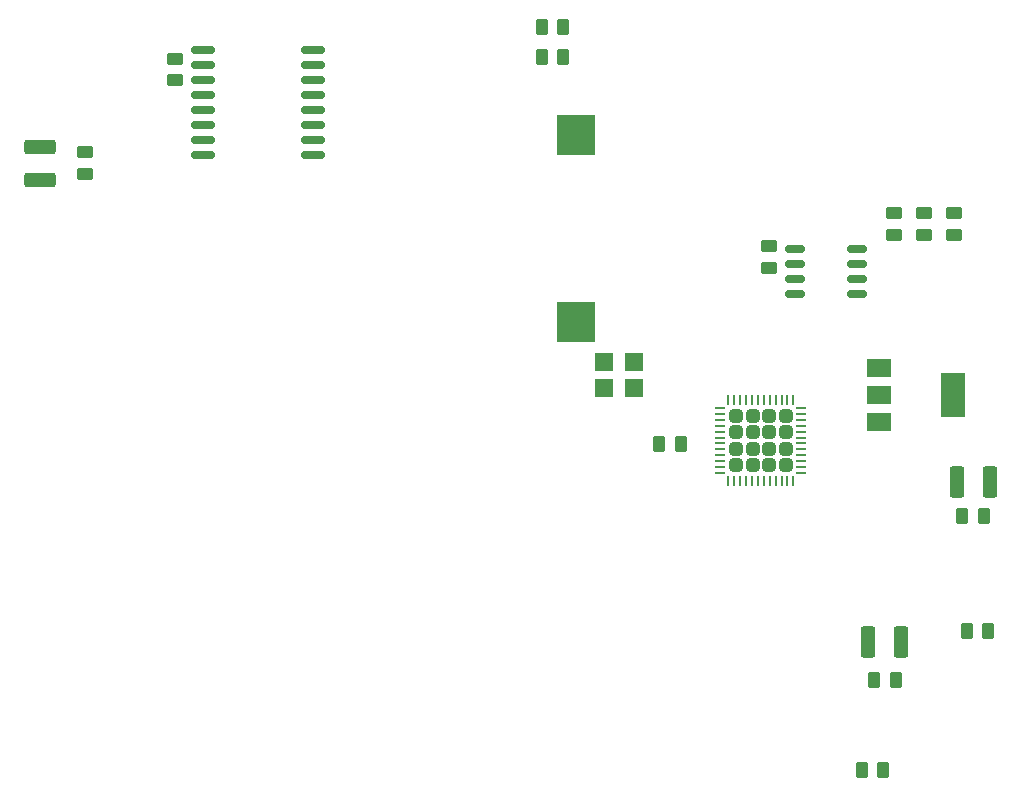
<source format=gbr>
%TF.GenerationSoftware,KiCad,Pcbnew,7.0.11-7.0.11~ubuntu20.04.1*%
%TF.CreationDate,2024-03-20T21:38:14+00:00*%
%TF.ProjectId,MDFPGA,4d444650-4741-42e6-9b69-6361645f7063,rev?*%
%TF.SameCoordinates,Original*%
%TF.FileFunction,Paste,Top*%
%TF.FilePolarity,Positive*%
%FSLAX46Y46*%
G04 Gerber Fmt 4.6, Leading zero omitted, Abs format (unit mm)*
G04 Created by KiCad (PCBNEW 7.0.11-7.0.11~ubuntu20.04.1) date 2024-03-20 21:38:14*
%MOMM*%
%LPD*%
G01*
G04 APERTURE LIST*
G04 Aperture macros list*
%AMRoundRect*
0 Rectangle with rounded corners*
0 $1 Rounding radius*
0 $2 $3 $4 $5 $6 $7 $8 $9 X,Y pos of 4 corners*
0 Add a 4 corners polygon primitive as box body*
4,1,4,$2,$3,$4,$5,$6,$7,$8,$9,$2,$3,0*
0 Add four circle primitives for the rounded corners*
1,1,$1+$1,$2,$3*
1,1,$1+$1,$4,$5*
1,1,$1+$1,$6,$7*
1,1,$1+$1,$8,$9*
0 Add four rect primitives between the rounded corners*
20,1,$1+$1,$2,$3,$4,$5,0*
20,1,$1+$1,$4,$5,$6,$7,0*
20,1,$1+$1,$6,$7,$8,$9,0*
20,1,$1+$1,$8,$9,$2,$3,0*%
G04 Aperture macros list end*
%ADD10RoundRect,0.250000X0.315000X0.315000X-0.315000X0.315000X-0.315000X-0.315000X0.315000X-0.315000X0*%
%ADD11RoundRect,0.062500X0.375000X0.062500X-0.375000X0.062500X-0.375000X-0.062500X0.375000X-0.062500X0*%
%ADD12RoundRect,0.062500X0.062500X0.375000X-0.062500X0.375000X-0.062500X-0.375000X0.062500X-0.375000X0*%
%ADD13RoundRect,0.250000X0.262500X0.450000X-0.262500X0.450000X-0.262500X-0.450000X0.262500X-0.450000X0*%
%ADD14R,2.000000X1.500000*%
%ADD15R,2.000000X3.800000*%
%ADD16RoundRect,0.250000X-0.450000X0.262500X-0.450000X-0.262500X0.450000X-0.262500X0.450000X0.262500X0*%
%ADD17RoundRect,0.250000X-1.075000X0.375000X-1.075000X-0.375000X1.075000X-0.375000X1.075000X0.375000X0*%
%ADD18RoundRect,0.250000X0.375000X1.075000X-0.375000X1.075000X-0.375000X-1.075000X0.375000X-1.075000X0*%
%ADD19RoundRect,0.150000X-0.875000X-0.150000X0.875000X-0.150000X0.875000X0.150000X-0.875000X0.150000X0*%
%ADD20R,1.600000X1.500000*%
%ADD21R,3.300000X3.500000*%
%ADD22RoundRect,0.150000X-0.675000X-0.150000X0.675000X-0.150000X0.675000X0.150000X-0.675000X0.150000X0*%
G04 APERTURE END LIST*
D10*
%TO.C,U3*%
X77730000Y-39370000D03*
X77730000Y-37970000D03*
X77730000Y-36570000D03*
X77730000Y-35170000D03*
X76330000Y-39370000D03*
X76330000Y-37970000D03*
X76330000Y-36570000D03*
X76330000Y-35170000D03*
X74930000Y-39370000D03*
X74930000Y-37970000D03*
X74930000Y-36570000D03*
X74930000Y-35170000D03*
X73530000Y-39370000D03*
X73530000Y-37970000D03*
X73530000Y-36570000D03*
X73530000Y-35170000D03*
D11*
X79067500Y-40020000D03*
X79067500Y-39520000D03*
X79067500Y-39020000D03*
X79067500Y-38520000D03*
X79067500Y-38020000D03*
X79067500Y-37520000D03*
X79067500Y-37020000D03*
X79067500Y-36520000D03*
X79067500Y-36020000D03*
X79067500Y-35520000D03*
X79067500Y-35020000D03*
X79067500Y-34520000D03*
D12*
X78380000Y-33832500D03*
X77880000Y-33832500D03*
X77380000Y-33832500D03*
X76880000Y-33832500D03*
X76380000Y-33832500D03*
X75880000Y-33832500D03*
X75380000Y-33832500D03*
X74880000Y-33832500D03*
X74380000Y-33832500D03*
X73880000Y-33832500D03*
X73380000Y-33832500D03*
X72880000Y-33832500D03*
D11*
X72192500Y-34520000D03*
X72192500Y-35020000D03*
X72192500Y-35520000D03*
X72192500Y-36020000D03*
X72192500Y-36520000D03*
X72192500Y-37020000D03*
X72192500Y-37520000D03*
X72192500Y-38020000D03*
X72192500Y-38520000D03*
X72192500Y-39020000D03*
X72192500Y-39520000D03*
X72192500Y-40020000D03*
D12*
X72880000Y-40707500D03*
X73380000Y-40707500D03*
X73880000Y-40707500D03*
X74380000Y-40707500D03*
X74880000Y-40707500D03*
X75380000Y-40707500D03*
X75880000Y-40707500D03*
X76380000Y-40707500D03*
X76880000Y-40707500D03*
X77380000Y-40707500D03*
X77880000Y-40707500D03*
X78380000Y-40707500D03*
%TD*%
D13*
%TO.C,R13*%
X87045000Y-57525000D03*
X85220000Y-57525000D03*
%TD*%
D14*
%TO.C,U4*%
X85626000Y-31095000D03*
X85626000Y-33395000D03*
D15*
X91926000Y-33395000D03*
D14*
X85626000Y-35695000D03*
%TD*%
D13*
%TO.C,R12*%
X94892500Y-53437500D03*
X93067500Y-53437500D03*
%TD*%
D16*
%TO.C,R3*%
X26035000Y-4929500D03*
X26035000Y-6754500D03*
%TD*%
D17*
%TO.C,D1*%
X14595000Y-12435000D03*
X14595000Y-15235000D03*
%TD*%
D13*
%TO.C,R6*%
X86002500Y-65145000D03*
X84177500Y-65145000D03*
%TD*%
%TO.C,R10*%
X68860500Y-37586000D03*
X67035500Y-37586000D03*
%TD*%
%TO.C,R5*%
X94511500Y-43685000D03*
X92686500Y-43685000D03*
%TD*%
%TO.C,R2*%
X58890000Y-4820000D03*
X57065000Y-4820000D03*
%TD*%
D16*
%TO.C,R9*%
X76330000Y-20798500D03*
X76330000Y-22623500D03*
%TD*%
D13*
%TO.C,R1*%
X58890000Y-2280000D03*
X57065000Y-2280000D03*
%TD*%
D18*
%TO.C,D3*%
X87532500Y-54350000D03*
X84732500Y-54350000D03*
%TD*%
%TO.C,D2*%
X94999000Y-40764000D03*
X92199000Y-40764000D03*
%TD*%
D16*
%TO.C,R7*%
X89411000Y-18004500D03*
X89411000Y-19829500D03*
%TD*%
%TO.C,R8*%
X86871000Y-18004500D03*
X86871000Y-19829500D03*
%TD*%
D19*
%TO.C,U1*%
X28370000Y-4191000D03*
X28370000Y-5461000D03*
X28370000Y-6731000D03*
X28370000Y-8001000D03*
X28370000Y-9271000D03*
X28370000Y-10541000D03*
X28370000Y-11811000D03*
X28370000Y-13081000D03*
X37670000Y-13081000D03*
X37670000Y-11811000D03*
X37670000Y-10541000D03*
X37670000Y-9271000D03*
X37670000Y-8001000D03*
X37670000Y-6731000D03*
X37670000Y-5461000D03*
X37670000Y-4191000D03*
%TD*%
D20*
%TO.C,X1*%
X62360000Y-32844000D03*
X64900000Y-32844000D03*
X64900000Y-30644000D03*
X62360000Y-30644000D03*
%TD*%
D16*
%TO.C,R4*%
X18415000Y-12860000D03*
X18415000Y-14685000D03*
%TD*%
D21*
%TO.C,BT1*%
X59985000Y-27204000D03*
X59985000Y-11404000D03*
%TD*%
D22*
%TO.C,U6*%
X78531000Y-21076000D03*
X78531000Y-22346000D03*
X78531000Y-23616000D03*
X78531000Y-24886000D03*
X83781000Y-24886000D03*
X83781000Y-23616000D03*
X83781000Y-22346000D03*
X83781000Y-21076000D03*
%TD*%
D16*
%TO.C,R11*%
X91951000Y-18004500D03*
X91951000Y-19829500D03*
%TD*%
M02*

</source>
